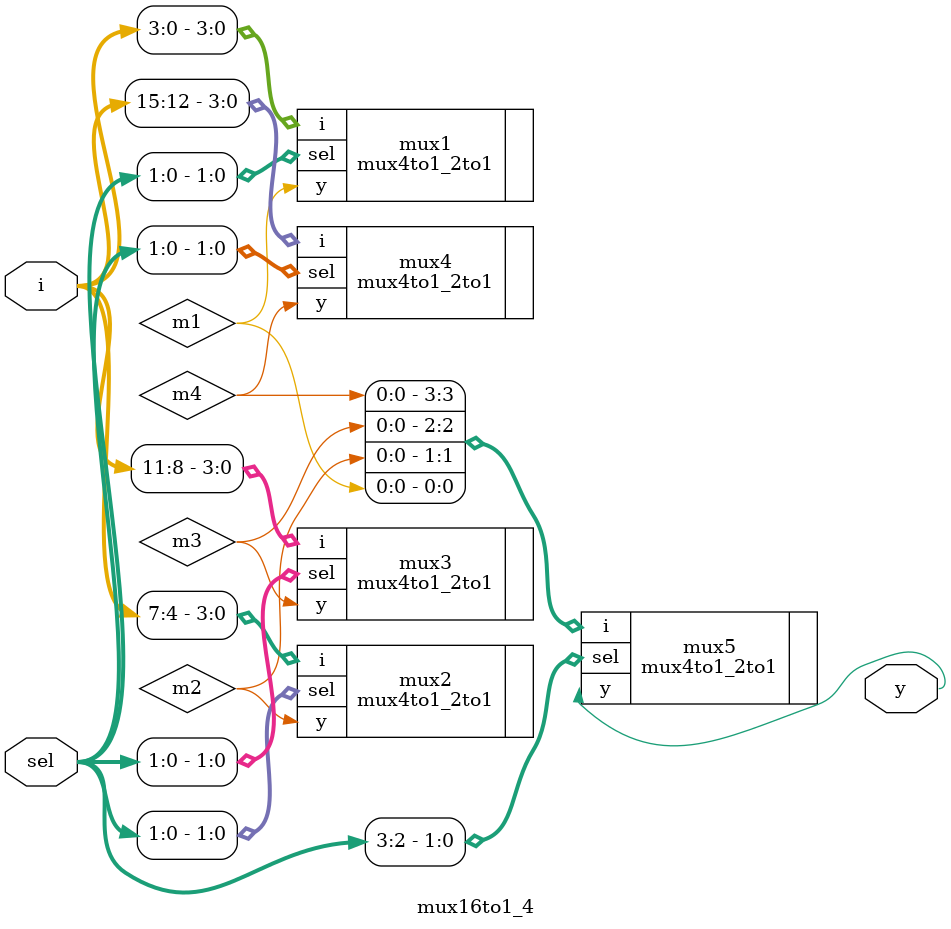
<source format=v>
module mux16to1_4
(input [3:0]sel,
input [15:0]i,
output y);

wire m1,m2,m3,m4;
mux4to1_2to1 mux1 (.sel(sel[1:0]),.i(i[3:0]),.y(m1));
mux4to1_2to1 mux2 (.sel(sel[1:0]),.i(i[7:4]),.y(m2));
mux4to1_2to1 mux3 (.sel(sel[1:0]),.i(i[11:8]),.y(m3));
mux4to1_2to1 mux4 (.sel(sel[1:0]),.i(i[15:12]),.y(m4));

mux4to1_2to1 mux5 (.sel(sel[3:2]),.i({m4,m3,m2,m1}),.y(y));

endmodule 
</source>
